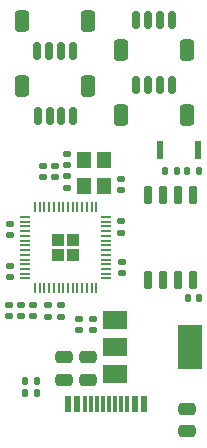
<source format=gtp>
G04 #@! TF.GenerationSoftware,KiCad,Pcbnew,(6.0.6)*
G04 #@! TF.CreationDate,2022-07-02T21:51:47+02:00*
G04 #@! TF.ProjectId,hs3-arduino-nano,6873332d-6172-4647-9569-6e6f2d6e616e,rev?*
G04 #@! TF.SameCoordinates,Original*
G04 #@! TF.FileFunction,Paste,Top*
G04 #@! TF.FilePolarity,Positive*
%FSLAX46Y46*%
G04 Gerber Fmt 4.6, Leading zero omitted, Abs format (unit mm)*
G04 Created by KiCad (PCBNEW (6.0.6)) date 2022-07-02 21:51:47*
%MOMM*%
%LPD*%
G01*
G04 APERTURE LIST*
G04 Aperture macros list*
%AMRoundRect*
0 Rectangle with rounded corners*
0 $1 Rounding radius*
0 $2 $3 $4 $5 $6 $7 $8 $9 X,Y pos of 4 corners*
0 Add a 4 corners polygon primitive as box body*
4,1,4,$2,$3,$4,$5,$6,$7,$8,$9,$2,$3,0*
0 Add four circle primitives for the rounded corners*
1,1,$1+$1,$2,$3*
1,1,$1+$1,$4,$5*
1,1,$1+$1,$6,$7*
1,1,$1+$1,$8,$9*
0 Add four rect primitives between the rounded corners*
20,1,$1+$1,$2,$3,$4,$5,0*
20,1,$1+$1,$4,$5,$6,$7,0*
20,1,$1+$1,$6,$7,$8,$9,0*
20,1,$1+$1,$8,$9,$2,$3,0*%
G04 Aperture macros list end*
%ADD10RoundRect,0.140000X0.170000X-0.140000X0.170000X0.140000X-0.170000X0.140000X-0.170000X-0.140000X0*%
%ADD11R,0.550000X1.500000*%
%ADD12RoundRect,0.140000X-0.170000X0.140000X-0.170000X-0.140000X0.170000X-0.140000X0.170000X0.140000X0*%
%ADD13RoundRect,0.135000X0.185000X-0.135000X0.185000X0.135000X-0.185000X0.135000X-0.185000X-0.135000X0*%
%ADD14RoundRect,0.150000X0.150000X0.625000X-0.150000X0.625000X-0.150000X-0.625000X0.150000X-0.625000X0*%
%ADD15RoundRect,0.250000X0.350000X0.650000X-0.350000X0.650000X-0.350000X-0.650000X0.350000X-0.650000X0*%
%ADD16RoundRect,0.150000X-0.150000X-0.625000X0.150000X-0.625000X0.150000X0.625000X-0.150000X0.625000X0*%
%ADD17RoundRect,0.250000X-0.350000X-0.650000X0.350000X-0.650000X0.350000X0.650000X-0.350000X0.650000X0*%
%ADD18RoundRect,0.135000X-0.135000X-0.185000X0.135000X-0.185000X0.135000X0.185000X-0.135000X0.185000X0*%
%ADD19R,0.600000X1.450000*%
%ADD20R,0.300000X1.450000*%
%ADD21RoundRect,0.250000X-0.475000X0.250000X-0.475000X-0.250000X0.475000X-0.250000X0.475000X0.250000X0*%
%ADD22R,2.000000X1.500000*%
%ADD23R,2.000000X3.800000*%
%ADD24RoundRect,0.150000X-0.150000X0.650000X-0.150000X-0.650000X0.150000X-0.650000X0.150000X0.650000X0*%
%ADD25RoundRect,0.250000X0.292217X0.292217X-0.292217X0.292217X-0.292217X-0.292217X0.292217X-0.292217X0*%
%ADD26RoundRect,0.050000X0.387500X0.050000X-0.387500X0.050000X-0.387500X-0.050000X0.387500X-0.050000X0*%
%ADD27RoundRect,0.050000X0.050000X0.387500X-0.050000X0.387500X-0.050000X-0.387500X0.050000X-0.387500X0*%
%ADD28RoundRect,0.140000X0.140000X0.170000X-0.140000X0.170000X-0.140000X-0.170000X0.140000X-0.170000X0*%
%ADD29R,1.200000X1.400000*%
%ADD30RoundRect,0.250000X0.475000X-0.250000X0.475000X0.250000X-0.475000X0.250000X-0.475000X-0.250000X0*%
%ADD31RoundRect,0.135000X0.135000X0.185000X-0.135000X0.185000X-0.135000X-0.185000X0.135000X-0.185000X0*%
G04 APERTURE END LIST*
D10*
X148675000Y-93230000D03*
X148675000Y-92270000D03*
D11*
X155091800Y-82804000D03*
X151841800Y-82804000D03*
D12*
X145034000Y-97056000D03*
X145034000Y-98016000D03*
D10*
X144018000Y-84046000D03*
X144018000Y-83086000D03*
X148590000Y-86205000D03*
X148590000Y-85245000D03*
D13*
X144018000Y-85981000D03*
X144018000Y-84961000D03*
D12*
X141097000Y-95913000D03*
X141097000Y-96873000D03*
D14*
X152858600Y-77288000D03*
X151858600Y-77288000D03*
X150858600Y-77288000D03*
X149858600Y-77288000D03*
D15*
X148558600Y-79813000D03*
X154158600Y-79813000D03*
D10*
X139192000Y-90015000D03*
X139192000Y-89055000D03*
X139192000Y-93571000D03*
X139192000Y-92611000D03*
D16*
X141502000Y-74426200D03*
X142502000Y-74426200D03*
X143502000Y-74426200D03*
X144502000Y-74426200D03*
D17*
X145802000Y-71901200D03*
X140202000Y-71901200D03*
D18*
X154204000Y-84582000D03*
X155224000Y-84582000D03*
D19*
X144070000Y-104286000D03*
X144870000Y-104286000D03*
D20*
X146070000Y-104286000D03*
X147070000Y-104286000D03*
X147570000Y-104286000D03*
X148570000Y-104286000D03*
D19*
X149770000Y-104286000D03*
X150570000Y-104286000D03*
X150570000Y-104286000D03*
X149770000Y-104286000D03*
D20*
X149070000Y-104286000D03*
X148070000Y-104286000D03*
X146570000Y-104286000D03*
X145570000Y-104286000D03*
D19*
X144870000Y-104286000D03*
X144070000Y-104286000D03*
D10*
X148590000Y-89789000D03*
X148590000Y-88829000D03*
D12*
X140081000Y-95913000D03*
X140081000Y-96873000D03*
X139065000Y-95913000D03*
X139065000Y-96873000D03*
D21*
X143764000Y-100335000D03*
X143764000Y-102235000D03*
D13*
X143510000Y-96903000D03*
X143510000Y-95883000D03*
D14*
X152884000Y-71776200D03*
X151884000Y-71776200D03*
X150884000Y-71776200D03*
X149884000Y-71776200D03*
D15*
X154184000Y-74301200D03*
X148584000Y-74301200D03*
D21*
X154178000Y-104714000D03*
X154178000Y-106614000D03*
D18*
X152271000Y-84582000D03*
X153291000Y-84582000D03*
D10*
X141986000Y-85062000D03*
X141986000Y-84102000D03*
D22*
X148107000Y-97141000D03*
X148107000Y-99441000D03*
D23*
X154407000Y-99441000D03*
D22*
X148107000Y-101741000D03*
D16*
X141527400Y-79912600D03*
X142527400Y-79912600D03*
X143527400Y-79912600D03*
X144527400Y-79912600D03*
D17*
X145827400Y-77387600D03*
X140227400Y-77387600D03*
D24*
X154686000Y-86570000D03*
X153416000Y-86570000D03*
X152146000Y-86570000D03*
X150876000Y-86570000D03*
X150876000Y-93770000D03*
X152146000Y-93770000D03*
X153416000Y-93770000D03*
X154686000Y-93770000D03*
D13*
X142367000Y-96903000D03*
X142367000Y-95883000D03*
D12*
X146177000Y-97084000D03*
X146177000Y-98044000D03*
D25*
X144528500Y-91696500D03*
X144528500Y-90421500D03*
X143253500Y-91696500D03*
X143253500Y-90421500D03*
D26*
X147328500Y-93659000D03*
X147328500Y-93259000D03*
X147328500Y-92859000D03*
X147328500Y-92459000D03*
X147328500Y-92059000D03*
X147328500Y-91659000D03*
X147328500Y-91259000D03*
X147328500Y-90859000D03*
X147328500Y-90459000D03*
X147328500Y-90059000D03*
X147328500Y-89659000D03*
X147328500Y-89259000D03*
X147328500Y-88859000D03*
X147328500Y-88459000D03*
D27*
X146491000Y-87621500D03*
X146091000Y-87621500D03*
X145691000Y-87621500D03*
X145291000Y-87621500D03*
X144891000Y-87621500D03*
X144491000Y-87621500D03*
X144091000Y-87621500D03*
X143691000Y-87621500D03*
X143291000Y-87621500D03*
X142891000Y-87621500D03*
X142491000Y-87621500D03*
X142091000Y-87621500D03*
X141691000Y-87621500D03*
X141291000Y-87621500D03*
D26*
X140453500Y-88459000D03*
X140453500Y-88859000D03*
X140453500Y-89259000D03*
X140453500Y-89659000D03*
X140453500Y-90059000D03*
X140453500Y-90459000D03*
X140453500Y-90859000D03*
X140453500Y-91259000D03*
X140453500Y-91659000D03*
X140453500Y-92059000D03*
X140453500Y-92459000D03*
X140453500Y-92859000D03*
X140453500Y-93259000D03*
X140453500Y-93659000D03*
D27*
X141291000Y-94496500D03*
X141691000Y-94496500D03*
X142091000Y-94496500D03*
X142491000Y-94496500D03*
X142891000Y-94496500D03*
X143291000Y-94496500D03*
X143691000Y-94496500D03*
X144091000Y-94496500D03*
X144491000Y-94496500D03*
X144891000Y-94496500D03*
X145291000Y-94496500D03*
X145691000Y-94496500D03*
X146091000Y-94496500D03*
X146491000Y-94496500D03*
D18*
X140458000Y-102362000D03*
X141478000Y-102362000D03*
D28*
X155216800Y-95326200D03*
X154256800Y-95326200D03*
D29*
X145454000Y-83609000D03*
X145454000Y-85809000D03*
X147154000Y-85809000D03*
X147154000Y-83609000D03*
D30*
X145796000Y-102235000D03*
X145796000Y-100335000D03*
D10*
X143002000Y-85062000D03*
X143002000Y-84102000D03*
D31*
X141480000Y-103378000D03*
X140460000Y-103378000D03*
M02*

</source>
